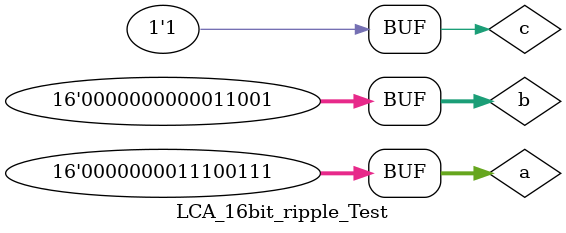
<source format=v>
`timescale 1ns / 1ps


module LCA_16bit_ripple_Test;

	// Inputs
	reg [15:0] a;
	reg [15:0] b;
	reg c;

	// Outputs
	wire [15:0] S;
	wire C;

	// Instantiate the Unit Under Test (UUT)
	LCA_16bit_ripple uut (
		.a(a), 
		.b(b), 
		.c(c), 
		.S(S), 
		.C(C)
	);

	initial begin
		$monitor ("a = %d, b = %d, c = %d, S = %d, C = %d", a, b, c, S, C);
		// Initialize Inputs

		a = 16'd65500; b = 16'd36; c = 0; // S = 0 C = 1
		#100;
		a = 16'd65530; b = 16'd6; c = 1; // S = 1 C = 1
		#100;
		a = 16'd231; b = 16'd25; c = 0; // S = 256 C = 0
		#100;
		a = 16'd21150; b = 16'd14256; c = 1; // S = 35407 C = 0
		#100;
		a = 16'd231; b = 16'd0; c = 0; // S = 231 C = 0
		#100;
		a = 16'd231; b = 16'd25; c = 1; // S = 257 C = 0
		#100;

	end
      
endmodule


</source>
